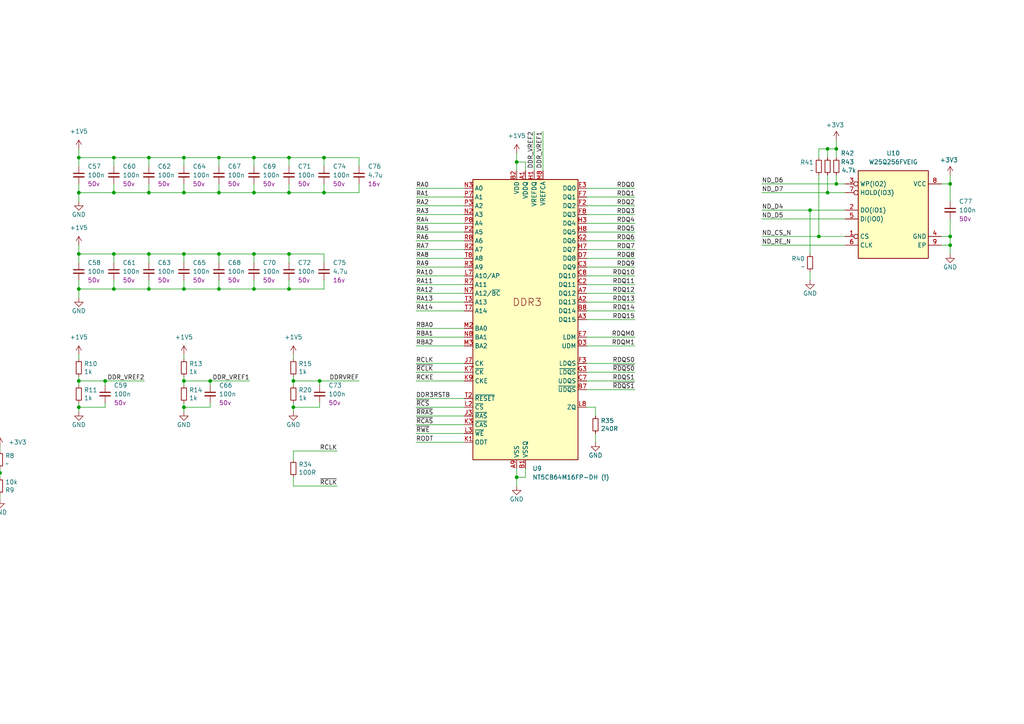
<source format=kicad_sch>
(kicad_sch (version 20211123) (generator eeschema)
  (paper "A4")
  (junction (at 63.5 73.66))
  (junction (at 0 137.16))
  (junction (at 149.86 138.43))
  (junction (at 33.02 83.82))
  (junction (at 73.66 55.88))
  (junction (at 83.82 45.72))
  (junction (at 22.86 45.72))
  (junction (at 83.82 73.66))
  (junction (at 53.34 110.49))
  (junction (at 85.09 110.49))
  (junction (at 53.34 118.11))
  (junction (at 43.18 83.82))
  (junction (at 22.86 118.11))
  (junction (at 83.82 83.82))
  (junction (at 242.57 43.18))
  (junction (at 234.95 60.96))
  (junction (at 43.18 55.88))
  (junction (at 85.09 118.11))
  (junction (at 237.49 68.58))
  (junction (at 33.02 73.66))
  (junction (at 93.98 55.88))
  (junction (at 83.82 55.88))
  (junction (at 43.18 73.66))
  (junction (at 240.03 55.88))
  (junction (at 73.66 73.66))
  (junction (at 242.57 53.34))
  (junction (at 275.59 71.12))
  (junction (at 22.86 73.66))
  (junction (at 33.02 45.72))
  (junction (at 53.34 45.72))
  (junction (at 63.5 83.82))
  (junction (at 92.71 110.49))
  (junction (at 43.18 45.72))
  (junction (at 149.86 46.99))
  (junction (at 275.59 68.58))
  (junction (at 30.48 110.49))
  (junction (at 22.86 110.49))
  (junction (at 73.66 45.72))
  (junction (at 22.86 55.88))
  (junction (at 63.5 45.72))
  (junction (at 93.98 45.72))
  (junction (at 275.59 53.34))
  (junction (at 240.03 43.18))
  (junction (at 60.96 110.49))
  (junction (at 63.5 55.88))
  (junction (at 33.02 55.88))
  (junction (at 53.34 73.66))
  (junction (at 53.34 55.88))
  (junction (at 22.86 83.82))
  (junction (at 53.34 83.82))
  (junction (at 73.66 83.82))
  (wire (pts (xy 237.49 43.18) (xy 237.49 45.72)))
  (wire (pts (xy 63.5 53.34) (xy 63.5 55.88)))
  (wire (pts (xy 120.65 59.69) (xy 134.62 59.69)))
  (wire (pts (xy 53.34 110.49) (xy 53.34 109.22)))
  (wire (pts (xy -11.43 76.2) (xy -25.4 76.2)))
  (wire (pts (xy -77.47 104.14) (xy -63.5 104.14)))
  (wire (pts (xy 93.98 45.72) (xy 83.82 45.72)))
  (wire (pts (xy -11.43 93.98) (xy -25.4 93.98)))
  (wire (pts (xy 184.15 107.95) (xy 170.18 107.95)))
  (wire (pts (xy 30.48 110.49) (xy 41.91 110.49)))
  (wire (pts (xy 234.95 60.96) (xy 220.98 60.96)))
  (wire (pts (xy 120.65 74.93) (xy 134.62 74.93)))
  (wire (pts (xy 93.98 83.82) (xy 93.98 81.28)))
  (wire (pts (xy -24.13 119.38) (xy -25.4 119.38)))
  (wire (pts (xy 120.65 118.11) (xy 134.62 118.11)))
  (wire (pts (xy -77.47 116.84) (xy -63.5 116.84)))
  (wire (pts (xy 93.98 53.34) (xy 93.98 55.88)))
  (wire (pts (xy 60.96 118.11) (xy 53.34 118.11)))
  (wire (pts (xy 53.34 45.72) (xy 43.18 45.72)))
  (wire (pts (xy -8.89 116.84) (xy -19.05 116.84)))
  (wire (pts (xy -8.89 162.56) (xy -25.4 162.56)))
  (wire (pts (xy 22.86 111.76) (xy 22.86 110.49)))
  (wire (pts (xy 242.57 53.34) (xy 245.11 53.34)))
  (wire (pts (xy -77.47 119.38) (xy -63.5 119.38)))
  (wire (pts (xy -8.89 154.94) (xy -25.4 154.94)))
  (wire (pts (xy 73.66 73.66) (xy 73.66 76.2)))
  (wire (pts (xy 73.66 45.72) (xy 63.5 45.72)))
  (wire (pts (xy 120.65 82.55) (xy 134.62 82.55)))
  (wire (pts (xy 275.59 68.58) (xy 275.59 71.12)))
  (wire (pts (xy 85.09 118.11) (xy 85.09 119.38)))
  (wire (pts (xy 120.65 123.19) (xy 134.62 123.19)))
  (wire (pts (xy 60.96 110.49) (xy 72.39 110.49)))
  (wire (pts (xy 134.62 107.95) (xy 120.65 107.95)))
  (wire (pts (xy 184.15 54.61) (xy 170.18 54.61)))
  (wire (pts (xy 73.66 73.66) (xy 63.5 73.66)))
  (wire (pts (xy 172.72 125.73) (xy 172.72 128.27)))
  (wire (pts (xy -10.16 134.62) (xy -25.4 134.62)))
  (wire (pts (xy 63.5 76.2) (xy 63.5 73.66)))
  (wire (pts (xy 53.34 48.26) (xy 53.34 45.72)))
  (wire (pts (xy -77.47 109.22) (xy -63.5 109.22)))
  (wire (pts (xy 53.34 102.87) (xy 53.34 104.14)))
  (wire (pts (xy -77.47 81.28) (xy -63.5 81.28)))
  (wire (pts (xy 184.15 110.49) (xy 170.18 110.49)))
  (wire (pts (xy 275.59 71.12) (xy 275.59 73.66)))
  (wire (pts (xy -77.47 111.76) (xy -63.5 111.76)))
  (wire (pts (xy -25.4 78.74) (xy -11.43 78.74)))
  (wire (pts (xy 242.57 40.64) (xy 242.57 43.18)))
  (wire (pts (xy 43.18 53.34) (xy 43.18 55.88)))
  (wire (pts (xy -11.43 96.52) (xy -25.4 96.52)))
  (wire (pts (xy 184.15 90.17) (xy 170.18 90.17)))
  (wire (pts (xy 85.09 130.81) (xy 97.79 130.81)))
  (wire (pts (xy -77.47 99.06) (xy -63.5 99.06)))
  (wire (pts (xy 63.5 45.72) (xy 53.34 45.72)))
  (wire (pts (xy 184.15 100.33) (xy 170.18 100.33)))
  (wire (pts (xy -11.43 58.42) (xy -25.4 58.42)))
  (wire (pts (xy 120.65 110.49) (xy 134.62 110.49)))
  (wire (pts (xy -77.47 50.8) (xy -63.5 50.8)))
  (wire (pts (xy 22.86 102.87) (xy 22.86 104.14)))
  (wire (pts (xy 240.03 43.18) (xy 237.49 43.18)))
  (wire (pts (xy 85.09 138.43) (xy 85.09 140.97)))
  (wire (pts (xy 184.15 77.47) (xy 170.18 77.47)))
  (wire (pts (xy 85.09 133.35) (xy 85.09 130.81)))
  (wire (pts (xy 172.72 118.11) (xy 170.18 118.11)))
  (wire (pts (xy 184.15 67.31) (xy 170.18 67.31)))
  (wire (pts (xy 273.05 68.58) (xy 275.59 68.58)))
  (wire (pts (xy 83.82 53.34) (xy 83.82 55.88)))
  (wire (pts (xy 120.65 100.33) (xy 134.62 100.33)))
  (wire (pts (xy 275.59 63.5) (xy 275.59 68.58)))
  (wire (pts (xy 92.71 116.84) (xy 92.71 118.11)))
  (wire (pts (xy 242.57 50.8) (xy 242.57 53.34)))
  (wire (pts (xy 152.4 135.89) (xy 152.4 138.43)))
  (wire (pts (xy 184.15 82.55) (xy 170.18 82.55)))
  (wire (pts (xy -77.47 73.66) (xy -63.5 73.66)))
  (wire (pts (xy 85.09 110.49) (xy 92.71 110.49)))
  (wire (pts (xy 152.4 49.53) (xy 152.4 46.99)))
  (wire (pts (xy 149.86 46.99) (xy 149.86 49.53)))
  (wire (pts (xy -11.43 91.44) (xy -25.4 91.44)))
  (wire (pts (xy -8.89 157.48) (xy -25.4 157.48)))
  (wire (pts (xy 240.03 50.8) (xy 240.03 55.88)))
  (wire (pts (xy 120.65 57.15) (xy 134.62 57.15)))
  (wire (pts (xy 73.66 83.82) (xy 73.66 81.28)))
  (wire (pts (xy 120.65 87.63) (xy 134.62 87.63)))
  (wire (pts (xy 275.59 53.34) (xy 273.05 53.34)))
  (wire (pts (xy 184.15 105.41) (xy 170.18 105.41)))
  (wire (pts (xy 33.02 73.66) (xy 22.86 73.66)))
  (wire (pts (xy -77.47 55.88) (xy -63.5 55.88)))
  (wire (pts (xy 43.18 83.82) (xy 33.02 83.82)))
  (wire (pts (xy 184.15 80.01) (xy 170.18 80.01)))
  (wire (pts (xy 93.98 45.72) (xy 104.14 45.72)))
  (wire (pts (xy -77.47 76.2) (xy -63.5 76.2)))
  (wire (pts (xy 120.65 80.01) (xy 134.62 80.01)))
  (wire (pts (xy -77.47 71.12) (xy -63.5 71.12)))
  (wire (pts (xy -10.16 147.32) (xy -25.4 147.32)))
  (wire (pts (xy -77.47 93.98) (xy -63.5 93.98)))
  (wire (pts (xy -77.47 96.52) (xy -63.5 96.52)))
  (wire (pts (xy -77.47 137.16) (xy -63.5 137.16)))
  (wire (pts (xy -11.43 43.18) (xy -25.4 43.18)))
  (wire (pts (xy 275.59 50.8) (xy 275.59 53.34)))
  (wire (pts (xy 120.65 90.17) (xy 134.62 90.17)))
  (wire (pts (xy 0 129.54) (xy 0 130.81)))
  (wire (pts (xy 184.15 85.09) (xy 170.18 85.09)))
  (wire (pts (xy 234.95 78.74) (xy 234.95 81.28)))
  (wire (pts (xy 53.34 73.66) (xy 43.18 73.66)))
  (wire (pts (xy -8.89 127) (xy -25.4 127)))
  (wire (pts (xy 43.18 81.28) (xy 43.18 83.82)))
  (wire (pts (xy 53.34 118.11) (xy 53.34 116.84)))
  (wire (pts (xy 120.65 105.41) (xy 134.62 105.41)))
  (wire (pts (xy 63.5 81.28) (xy 63.5 83.82)))
  (wire (pts (xy -11.43 68.58) (xy -25.4 68.58)))
  (wire (pts (xy -10.16 106.68) (xy -25.4 106.68)))
  (wire (pts (xy 120.65 72.39) (xy 134.62 72.39)))
  (wire (pts (xy 73.66 55.88) (xy 83.82 55.88)))
  (wire (pts (xy 93.98 48.26) (xy 93.98 45.72)))
  (wire (pts (xy 85.09 111.76) (xy 85.09 110.49)))
  (wire (pts (xy 33.02 81.28) (xy 33.02 83.82)))
  (wire (pts (xy 120.65 54.61) (xy 134.62 54.61)))
  (wire (pts (xy 184.15 87.63) (xy 170.18 87.63)))
  (wire (pts (xy -8.89 132.08) (xy -25.4 132.08)))
  (wire (pts (xy 60.96 111.76) (xy 60.96 110.49)))
  (wire (pts (xy 43.18 76.2) (xy 43.18 73.66)))
  (wire (pts (xy 22.86 118.11) (xy 22.86 119.38)))
  (wire (pts (xy 245.11 71.12) (xy 220.98 71.12)))
  (wire (pts (xy 120.65 115.57) (xy 134.62 115.57)))
  (wire (pts (xy 22.86 55.88) (xy 22.86 53.34)))
  (wire (pts (xy 73.66 83.82) (xy 63.5 83.82)))
  (wire (pts (xy 43.18 48.26) (xy 43.18 45.72)))
  (wire (pts (xy 184.15 57.15) (xy 170.18 57.15)))
  (wire (pts (xy -11.43 45.72) (xy -25.4 45.72)))
  (wire (pts (xy 92.71 110.49) (xy 104.14 110.49)))
  (wire (pts (xy 0 144.78) (xy 0 143.51)))
  (wire (pts (xy 53.34 83.82) (xy 43.18 83.82)))
  (wire (pts (xy -10.16 152.4) (xy -25.4 152.4)))
  (wire (pts (xy 93.98 73.66) (xy 93.98 76.2)))
  (wire (pts (xy 33.02 55.88) (xy 43.18 55.88)))
  (wire (pts (xy 120.65 125.73) (xy 134.62 125.73)))
  (wire (pts (xy 275.59 53.34) (xy 275.59 58.42)))
  (wire (pts (xy 43.18 73.66) (xy 33.02 73.66)))
  (wire (pts (xy -77.47 132.08) (xy -63.5 132.08)))
  (wire (pts (xy 30.48 116.84) (xy 30.48 118.11)))
  (wire (pts (xy -77.47 63.5) (xy -63.5 63.5)))
  (wire (pts (xy 83.82 81.28) (xy 83.82 83.82)))
  (wire (pts (xy 22.86 118.11) (xy 22.86 116.84)))
  (wire (pts (xy 22.86 55.88) (xy 22.86 58.42)))
  (wire (pts (xy 83.82 73.66) (xy 73.66 73.66)))
  (wire (pts (xy 85.09 110.49) (xy 85.09 109.22)))
  (wire (pts (xy 104.14 45.72) (xy 104.14 48.26)))
  (wire (pts (xy 83.82 83.82) (xy 73.66 83.82)))
  (wire (pts (xy -19.05 119.38) (xy -8.89 119.38)))
  (wire (pts (xy 240.03 43.18) (xy 240.03 45.72)))
  (wire (pts (xy 63.5 55.88) (xy 73.66 55.88)))
  (wire (pts (xy -77.47 86.36) (xy -63.5 86.36)))
  (wire (pts (xy 157.48 49.53) (xy 157.48 38.1)))
  (wire (pts (xy 245.11 55.88) (xy 240.03 55.88)))
  (wire (pts (xy -10.16 139.7) (xy -25.4 139.7)))
  (wire (pts (xy 172.72 120.65) (xy 172.72 118.11)))
  (wire (pts (xy -8.89 160.02) (xy -25.4 160.02)))
  (wire (pts (xy 120.65 85.09) (xy 134.62 85.09)))
  (wire (pts (xy 234.95 60.96) (xy 234.95 73.66)))
  (wire (pts (xy 53.34 55.88) (xy 53.34 53.34)))
  (wire (pts (xy 184.15 97.79) (xy 170.18 97.79)))
  (wire (pts (xy 242.57 43.18) (xy 240.03 43.18)))
  (wire (pts (xy 53.34 111.76) (xy 53.34 110.49)))
  (wire (pts (xy 85.09 102.87) (xy 85.09 104.14)))
  (wire (pts (xy 245.11 63.5) (xy 220.98 63.5)))
  (wire (pts (xy 83.82 45.72) (xy 73.66 45.72)))
  (wire (pts (xy -11.43 50.8) (xy -25.4 50.8)))
  (wire (pts (xy 63.5 83.82) (xy 53.34 83.82)))
  (wire (pts (xy -10.16 144.78) (xy -25.4 144.78)))
  (wire (pts (xy 184.15 64.77) (xy 170.18 64.77)))
  (wire (pts (xy 73.66 45.72) (xy 73.66 48.26)))
  (wire (pts (xy 60.96 116.84) (xy 60.96 118.11)))
  (wire (pts (xy 184.15 69.85) (xy 170.18 69.85)))
  (wire (pts (xy 104.14 53.34) (xy 104.14 55.88)))
  (wire (pts (xy 275.59 71.12) (xy 273.05 71.12)))
  (wire (pts (xy 120.65 97.79) (xy 134.62 97.79)))
  (wire (pts (xy -77.47 45.72) (xy -63.5 45.72)))
  (wire (pts (xy 120.65 69.85) (xy 134.62 69.85)))
  (wire (pts (xy 184.15 92.71) (xy 170.18 92.71)))
  (wire (pts (xy 184.15 72.39) (xy 170.18 72.39)))
  (wire (pts (xy 83.82 83.82) (xy 93.98 83.82)))
  (wire (pts (xy 0 135.89) (xy 0 137.16)))
  (wire (pts (xy 22.86 110.49) (xy 22.86 109.22)))
  (wire (pts (xy 120.65 64.77) (xy 134.62 64.77)))
  (wire (pts (xy 237.49 68.58) (xy 245.11 68.58)))
  (wire (pts (xy 43.18 45.72) (xy 33.02 45.72)))
  (wire (pts (xy 149.86 135.89) (xy 149.86 138.43)))
  (wire (pts (xy 33.02 48.26) (xy 33.02 45.72)))
  (wire (pts (xy 83.82 55.88) (xy 93.98 55.88)))
  (wire (pts (xy 93.98 55.88) (xy 104.14 55.88)))
  (wire (pts (xy 30.48 111.76) (xy 30.48 110.49)))
  (wire (pts (xy 120.65 120.65) (xy 134.62 120.65)))
  (wire (pts (xy 83.82 76.2) (xy 83.82 73.66)))
  (wire (pts (xy -11.43 86.36) (xy -25.4 86.36)))
  (wire (pts (xy -11.43 66.04) (xy -25.4 66.04)))
  (wire (pts (xy 63.5 73.66) (xy 53.34 73.66)))
  (wire (pts (xy 120.65 128.27) (xy 134.62 128.27)))
  (wire (pts (xy -77.47 124.46) (xy -63.5 124.46)))
  (wire (pts (xy 22.86 48.26) (xy 22.86 45.72)))
  (wire (pts (xy 53.34 118.11) (xy 53.34 119.38)))
  (wire (pts (xy -25.4 124.46) (xy -8.89 124.46)))
  (wire (pts (xy -77.47 60.96) (xy -63.5 60.96)))
  (wire (pts (xy -25.4 114.3) (xy -8.89 114.3)))
  (wire (pts (xy -25.4 137.16) (xy 0 137.16)))
  (wire (pts (xy -11.43 53.34) (xy -25.4 53.34)))
  (wire (pts (xy 152.4 138.43) (xy 149.86 138.43)))
  (wire (pts (xy 53.34 110.49) (xy 60.96 110.49)))
  (wire (pts (xy -10.16 109.22) (xy -25.4 109.22)))
  (wire (pts (xy 33.02 53.34) (xy 33.02 55.88)))
  (wire (pts (xy 220.98 68.58) (xy 237.49 68.58)))
  (wire (pts (xy 149.86 138.43) (xy 149.86 140.97)))
  (wire (pts (xy 184.15 59.69) (xy 170.18 59.69)))
  (wire (pts (xy 85.09 140.97) (xy 97.79 140.97)))
  (wire (pts (xy 22.86 110.49) (xy 30.48 110.49)))
  (wire (pts (xy 85.09 118.11) (xy 85.09 116.84)))
  (wire (pts (xy 63.5 48.26) (xy 63.5 45.72)))
  (wire (pts (xy 242.57 43.18) (xy 242.57 45.72)))
  (wire (pts (xy 120.65 62.23) (xy 134.62 62.23)))
  (wire (pts (xy 53.34 55.88) (xy 63.5 55.88)))
  (wire (pts (xy -77.47 68.58) (xy -63.5 68.58)))
  (wire (pts (xy 30.48 118.11) (xy 22.86 118.11)))
  (wire (pts (xy -11.43 101.6) (xy -25.4 101.6)))
  (wire (pts (xy -77.47 121.92) (xy -63.5 121.92)))
  (wire (pts (xy 149.86 46.99) (xy 152.4 46.99)))
  (wire (pts (xy 22.86 71.12) (xy 22.86 73.66)))
  (wire (pts (xy -77.47 83.82) (xy -63.5 83.82)))
  (wire (pts (xy 184.15 62.23) (xy 170.18 62.23)))
  (wire (pts (xy 0 137.16) (xy 0 138.43)))
  (wire (pts (xy 242.57 53.34) (xy 220.98 53.34)))
  (wire (pts (xy 154.94 49.53) (xy 154.94 38.1)))
  (wire (pts (xy 22.86 81.28) (xy 22.86 83.82)))
  (wire (pts (xy 149.86 44.45) (xy 149.86 46.99)))
  (wire (pts (xy 33.02 76.2) (xy 33.02 73.66)))
  (wire (pts (xy 120.65 95.25) (xy 134.62 95.25)))
  (wire (pts (xy -11.43 88.9) (xy -25.4 88.9)))
  (wire (pts (xy -77.47 43.18) (xy -63.5 43.18)))
  (wire (pts (xy -77.47 58.42) (xy -63.5 58.42)))
  (wire (pts (xy -8.89 142.24) (xy -25.4 142.24)))
  (wire (pts (xy 83.82 73.66) (xy 93.98 73.66)))
  (wire (pts (xy 184.15 113.03) (xy 170.18 113.03)))
  (wire (pts (xy 22.86 83.82) (xy 22.86 86.36)))
  (wire (pts (xy 73.66 53.34) (xy 73.66 55.88)))
  (wire (pts (xy 33.02 45.72) (xy 22.86 45.72)))
  (wire (pts (xy -11.43 71.12) (xy -25.4 71.12)))
  (wire (pts (xy 22.86 43.18) (xy 22.86 45.72)))
  (wire (pts (xy 22.86 76.2) (xy 22.86 73.66)))
  (wire (pts (xy -10.16 129.54) (xy -25.4 129.54)))
  (wire (pts (xy -25.4 149.86) (xy -10.16 149.86)))
  (wire (pts (xy -77.47 88.9) (xy -63.5 88.9)))
  (wire (pts (xy 120.65 77.47) (xy 134.62 77.47)))
  (wire (pts (xy -25.4 116.84) (xy -24.13 116.84)))
  (wire (pts (xy -77.47 106.68) (xy -63.5 106.68)))
  (wire (pts (xy 33.02 83.82) (xy 22.86 83.82)))
  (wire (pts (xy 184.15 74.93) (xy 170.18 74.93)))
  (wire (pts (xy -11.43 83.82) (xy -25.4 83.82)))
  (wire (pts (xy 33.02 55.88) (xy 22.86 55.88)))
  (wire (pts (xy 240.03 55.88) (xy 220.98 55.88)))
  (wire (pts (xy -11.43 60.96) (xy -25.4 60.96)))
  (wire (pts (xy 43.18 55.88) (xy 53.34 55.88)))
  (wire (pts (xy 237.49 50.8) (xy 237.49 68.58)))
  (wire (pts (xy 92.71 118.11) (xy 85.09 118.11)))
  (wire (pts (xy -77.47 48.26) (xy -63.5 48.26)))
  (wire (pts (xy -77.47 134.62) (xy -63.5 134.62)))
  (wire (pts (xy -77.47 129.54) (xy -63.5 129.54)))
  (wire (pts (xy 120.65 67.31) (xy 134.62 67.31)))
  (wire (pts (xy 53.34 76.2) (xy 53.34 73.66)))
  (wire (pts (xy 83.82 48.26) (xy 83.82 45.72)))
  (wire (pts (xy 245.11 60.96) (xy 234.95 60.96)))
  (wire (pts (xy 53.34 81.28) (xy 53.34 83.82)))
  (wire (pts (xy 92.71 111.76) (xy 92.71 110.49)))
  (label "ND_D6" (at -8.89 160.02 180))
  (label "RA13" (at -77.47 96.52 0))
  (label "RDQ0" (at 184.15 54.61 180))
  (label "RA3" (at -77.47 129.54 0))
  (label "RA4" (at 120.65 64.77 0))
  (label "RA5" (at -77.47 121.92 0))
  (label "ND_CS_N" (at 220.98 68.58 0))
  (label "RDQ13" (at 184.15 87.63 180))
  (label "RDQ1" (at -77.47 86.36 0))
  (label "RCLK" (at 120.65 105.41 0))
  (label "ND_D7" (at 220.98 55.88 0))
  (label "~{RRAS}" (at -11.43 86.36 180))
  (label "~{RWE}" (at -11.43 96.52 180))
  (label "RBA0" (at -11.43 66.04 180))
  (label "RCLK" (at -11.43 76.2 180))
  (label "RDQ1" (at 184.15 57.15 180))
  (label "DDR3RSTB" (at 120.65 115.57 0))
  (label "ND_D6" (at 220.98 53.34 0))
  (label "ND_WE_N" (at -8.89 142.24 180))
  (label "RDQ0" (at -77.47 88.9 0))
  (label "RA6" (at -77.47 119.38 0))
  (label "RDQ10" (at 184.15 80.01 180))
  (label "~{RCAS}" (at -11.43 88.9 180))
  (label "RDQM0" (at 184.15 97.79 180))
  (label "RDQ4" (at -77.47 76.2 0))
  (label "RDQS0" (at -11.43 50.8 180))
  (label "RDQ8" (at -77.47 63.5 0))
  (label "RA8" (at -77.47 111.76 0))
  (label "RDQ14" (at 184.15 90.17 180))
  (label "ND_RE_N" (at -8.89 132.08 180))
  (label "RDQ6" (at -77.47 71.12 0))
  (label "RDQ9" (at 184.15 77.47 180))
  (label "RDQ5" (at 184.15 67.31 180))
  (label "DDRVREF" (at 104.14 110.49 180))
  (label "RCKE" (at 120.65 110.49 0))
  (label "RODT" (at -11.43 93.98 180))
  (label "RDQ7" (at 184.15 72.39 180))
  (label "~{RCS}" (at -11.43 91.44 180))
  (label "RDQ15" (at 184.15 92.71 180))
  (label "RBA2" (at -11.43 71.12 180))
  (label "RA0" (at 120.65 54.61 0))
  (label "~{RCLK}" (at 120.65 107.95 0))
  (label "RA6" (at 120.65 69.85 0))
  (label "RDQ9" (at -77.47 60.96 0))
  (label "~{RCAS}" (at 120.65 123.19 0))
  (label "~{RDQS1}" (at -11.43 60.96 180))
  (label "RA0" (at -77.47 137.16 0))
  (label "~{RRAS}" (at 120.65 120.65 0))
  (label "ND_D4" (at 220.98 60.96 0))
  (label "ND_CS_N" (at -8.89 127 180))
  (label "~{RWE}" (at 120.65 125.73 0))
  (label "RBA2" (at 120.65 100.33 0))
  (label "RA11" (at -77.47 104.14 0))
  (label "RA8" (at 120.65 74.93 0))
  (label "RDQ4" (at 184.15 64.77 180))
  (label "~{RCLK}" (at 97.79 140.97 180))
  (label "RDQ11" (at -77.47 55.88 0))
  (label "DDR_VREF1" (at 72.39 110.49 180))
  (label "RDQ2" (at -77.47 83.82 0))
  (label "RDQ7" (at -77.47 68.58 0))
  (label "RDQM0" (at -11.43 43.18 180))
  (label "RDQ12" (at -77.47 50.8 0))
  (label "RDQ13" (at -77.47 48.26 0))
  (label "ND_D7" (at -8.89 162.56 180))
  (label "RCLK" (at 97.79 130.81 180))
  (label "DDR_VREF1" (at 157.48 38.1 270))
  (label "RA9" (at 120.65 77.47 0))
  (label "RA3" (at 120.65 62.23 0))
  (label "RA1" (at -77.47 134.62 0))
  (label "RDQM1" (at 184.15 100.33 180))
  (label "RDQ3" (at -77.47 81.28 0))
  (label "RBA0" (at 120.65 95.25 0))
  (label "DDRVREF" (at -8.89 119.38 180))
  (label "RDQ8" (at 184.15 74.93 180))
  (label "RDQS1" (at 184.15 110.49 180))
  (label "ND_RE_N" (at 220.98 71.12 0))
  (label "ND_D4" (at -8.89 154.94 180))
  (label "RDQ14" (at -77.47 45.72 0))
  (label "RA7" (at -77.47 116.84 0))
  (label "RA2" (at 120.65 59.69 0))
  (label "~{RDQS0}" (at 184.15 107.95 180))
  (label "RDQ15" (at -77.47 43.18 0))
  (label "~{RDQS1}" (at 184.15 113.03 180))
  (label "RA12" (at -77.47 99.06 0))
  (label "RA2" (at -77.47 132.08 0))
  (label "~{RDQS0}" (at -11.43 53.34 180))
  (label "RA10" (at -77.47 106.68 0))
  (label "RA9" (at -77.47 109.22 0))
  (label "RA14" (at -77.47 93.98 0))
  (label "RA12" (at 120.65 85.09 0))
  (label "RA4" (at -77.47 124.46 0))
  (label "RA1" (at 120.65 57.15 0))
  (label "RA14" (at 120.65 90.17 0))
  (label "RBA1" (at -11.43 68.58 180))
  (label "RDQ6" (at 184.15 69.85 180))
  (label "DDR_VREF2" (at 41.91 110.49 180))
  (label "RDQ12" (at 184.15 85.09 180))
  (label "RDQ10" (at -77.47 58.42 0))
  (label "~{RCLK}" (at -11.43 78.74 180))
  (label "RA10" (at 120.65 80.01 0))
  (label "~{RCS}" (at 120.65 118.11 0))
  (label "RDQ2" (at 184.15 59.69 180))
  (label "RDQS0" (at 184.15 105.41 180))
  (label "DDR_VREF2" (at 154.94 38.1 270))
  (label "ND_D5" (at 220.98 63.5 0))
  (label "RA11" (at 120.65 82.55 0))
  (label "RODT" (at 120.65 128.27 0))
  (label "RA13" (at 120.65 87.63 0))
  (label "RDQS1" (at -11.43 58.42 180))
  (label "RDQ3" (at 184.15 62.23 180))
  (label "RA7" (at 120.65 72.39 0))
  (label "RDQ5" (at -77.47 73.66 0))
  (label "RDQM1" (at -11.43 45.72 180))
  (label "RA5" (at 120.65 67.31 0))
  (label "RBA1" (at 120.65 97.79 0))
  (label "DDR3RSTB" (at -11.43 101.6 180))
  (label "RCKE" (at -11.43 83.82 180))
  (label "RDQ11" (at 184.15 82.55 180))
  (label "ND_D5" (at -8.89 157.48 180))
  (symbol (lib_id "Device:R_Small") (at 0 133.35 180) (unit 1)
    (property "Reference" "R8" (at 1.4986 132.1816 0) (effects (justify right)))
    (property "Value" "~" (at 1.4986 134.493 0) (effects (justify right)))
    (property "Footprint" "Resistor_SMD:R_0603_1608Metric" (effects hide))
  )
  (symbol (lib_id "Memory_RAM:AS4C256M16D3") (at 152.4 92.71 0) (unit 1)
    (property "Reference" "U9" (at 154.4194 135.89 0) (effects (justify left)))
    (property "Value" "NT5CB64M16FP-DH (!)" (at 154.4194 138.43 0) (effects (justify left)))
    (property "Footprint" "Package_BGA:BGA-96_9.0x13.0mm_Layout2x3x16_P0.8mm" (effects hide))
    (property "Datasheet" "https://www.alliancememory.com/wp-content/uploads/pdf/ddr3/4GB-AS4C256M16D3.pdf" (effects hide))
    (property "lcsc" "C2909894" (effects hide))
  )
  (symbol (lib_id "Connector:TestPoint") (at -10.16 139.7 270) (mirror x) (unit 1) (in_bom no)
    (property "Reference" "TP5" (at -7.62 138.43 90) (effects (justify right)))
    (property "Value" "TestPoint" (effects hide))
    (property "Footprint" "TestPoint:TestPoint_Pad_D1.0mm" (effects hide))
  )
  (symbol (lib_id "power:GND") (at 172.72 128.27 0) (mirror y) (unit 1)
    (property "Reference" "#PWR0146" (effects hide))
    (property "Value" "GND" (at 172.72 132.08 0))
  )
  (symbol (lib_id "Device:R_Small") (at 240.03 48.26 180) (unit 1)
    (property "Reference" "R42" (at 243.84 44.45 0) (effects (justify right)))
    (property "Value" "4.7k" (effects hide))
    (property "Footprint" "Resistor_SMD:R_0603_1608Metric" (effects hide))
    (property "lcsc" "C23162" (effects hide))
    (property "Coefficient" "1%" (effects hide))
  )
  (symbol (lib_id "power:+1V5") (at 22.86 43.18 0) (unit 1)
    (property "Reference" "#PWR0132" (effects hide))
    (property "Value" "+1V5" (at 22.86 38.1 0))
  )
  (symbol (lib_id "power:GND") (at 275.59 73.66 0) (mirror y) (unit 1)
    (property "Reference" "#PWR0149" (effects hide))
    (property "Value" "GND" (at 275.59 77.47 0))
  )
  (symbol (lib_id "MAS_IC_Memory:W25Qx") (at 259.08 62.23 0) (mirror y) (unit 1)
    (property "Reference" "U10" (at 259.08 44.45 0))
    (property "Value" "W25Q256FVEIG" (at 259.08 46.99 0))
    (property "Footprint" "MAS_Package_std:WSON-8-1EP_8x6mm_P1.27mm_EP3.4x4mm" (effects hide))
    (property "Datasheet" "https://www.winbond.com/resource-files/w25q256fv_revg1_120214_qpi_website_rev_g.pdf" (effects hide))
    (property "lcsc" "C2803442" (effects hide))
  )
  (symbol (lib_id "main-rescue:+3.3V-power") (at 0 129.54 0) (unit 1)
    (property "Reference" "#U0111" (effects hide))
    (property "Value" "+3.3V" (at 5.08 128.27 0))
  )
  (symbol (lib_id "Device:C_Small") (at 53.34 50.8 0) (unit 1)
    (property "Reference" "C64" (at 55.88 48.26 0) (effects (justify left)))
    (property "Value" "100n" (at 55.88 50.8 0) (effects (justify left)))
    (property "Footprint" "Capacitor_SMD:C_0603_1608Metric" (effects hide))
    (property "lcsc" "C14663" (effects hide))
    (property "Coefficient" "X7R" (effects hide))
    (property "Voltage" "50v" (at 55.88 53.34 0) (effects (justify left)))
  )
  (symbol (lib_id "power:GND") (at 22.86 86.36 0) (mirror y) (unit 1)
    (property "Reference" "#PWR0140" (effects hide))
    (property "Value" "GND" (at 22.86 90.17 0))
  )
  (symbol (lib_id "Device:C_Small") (at 93.98 78.74 0) (unit 1)
    (property "Reference" "C75" (at 96.52 76.2 0) (effects (justify left)))
    (property "Value" "4.7u" (at 96.52 78.74 0) (effects (justify left)))
    (property "Footprint" "Capacitor_SMD:C_0805_2012Metric" (effects hide))
    (property "chipdip" "9000103928" (effects hide))
    (property "lcsc" "C1779" (effects hide))
    (property "Coefficient" "X7R" (effects hide))
    (property "Voltage" "16v" (at 96.52 81.28 0) (effects (justify left)))
  )
  (symbol (lib_id "Device:C_Small") (at 22.86 50.8 0) (unit 1)
    (property "Reference" "C57" (at 25.4 48.26 0) (effects (justify left)))
    (property "Value" "100n" (at 25.4 50.8 0) (effects (justify left)))
    (property "Footprint" "Capacitor_SMD:C_0603_1608Metric" (effects hide))
    (property "lcsc" "C14663" (effects hide))
    (property "Coefficient" "X7R" (effects hide))
    (property "Voltage" "50v" (at 25.4 53.34 0) (effects (justify left)))
  )
  (symbol (lib_id "power:GND") (at 0 144.78 0) (mirror y) (unit 1)
    (property "Reference" "#PWR0151" (effects hide))
    (property "Value" "GND" (at 0 148.59 0))
  )
  (symbol (lib_id "main-rescue:+3.3V-power") (at 275.59 50.8 0) (mirror y) (unit 1)
    (property "Reference" "#U0106" (effects hide))
    (property "Value" "+3.3V" (at 275.209 46.4058 0))
  )
  (symbol (lib_id "Connector:TestPoint") (at -10.16 106.68 270) (mirror x) (unit 1) (in_bom no)
    (property "Reference" "TP1" (at -7.62 105.41 90) (effects (justify right)))
    (property "Value" "TestPoint" (effects hide))
    (property "Footprint" "TestPoint:TestPoint_Pad_D1.0mm" (effects hide))
  )
  (symbol (lib_id "Device:R_Small") (at -21.59 116.84 270) (unit 1)
    (property "Reference" "R2" (at -22.7584 115.3414 0) (effects (justify right)))
    (property "Value" "240R" (at -20.447 115.3414 0) (effects (justify right)))
    (property "Footprint" "Resistor_SMD:R_0603_1608Metric" (effects hide))
    (property "lcsc" "C23350" (effects hide))
    (property "Coefficient" "1%" (effects hide))
  )
  (symbol (lib_id "Device:R_Small") (at 242.57 48.26 180) (unit 1)
    (property "Reference" "R43" (at 243.84 46.99 0) (effects (justify right)))
    (property "Value" "4.7k" (at 244.0686 49.403 0) (effects (justify right)))
    (property "Footprint" "Resistor_SMD:R_0603_1608Metric" (effects hide))
    (property "lcsc" "C23162" (effects hide))
    (property "Coefficient" "1%" (effects hide))
  )
  (symbol (lib_id "power:GND") (at 234.95 81.28 0) (mirror y) (unit 1)
    (property "Reference" "#PWR0148" (effects hide))
    (property "Value" "GND" (at 234.95 85.09 0))
  )
  (symbol (lib_id "Device:R_Small") (at -21.59 119.38 90) (unit 1)
    (property "Reference" "R3" (at -20.4216 120.8786 0) (effects (justify right)))
    (property "Value" "0R" (at -22.733 120.8786 0) (effects (justify right)))
    (property "Footprint" "Resistor_SMD:R_0603_1608Metric" (effects hide))
    (property "lcsc" "C21189" (effects hide))
    (property "Coefficient" "1%" (effects hide))
  )
  (symbol (lib_id "power:+1V5") (at 22.86 102.87 0) (unit 1)
    (property "Reference" "#PWR0138" (effects hide))
    (property "Value" "+1V5" (at 22.86 97.79 0))
  )
  (symbol (lib_id "Device:C_Small") (at 63.5 78.74 0) (unit 1)
    (property "Reference" "C68" (at 66.04 76.2 0) (effects (justify left)))
    (property "Value" "100n" (at 66.04 78.74 0) (effects (justify left)))
    (property "Footprint" "Capacitor_SMD:C_0603_1608Metric" (effects hide))
    (property "lcsc" "C14663" (effects hide))
    (property "Coefficient" "X7R" (effects hide))
    (property "Voltage" "50v" (at 66.04 81.28 0) (effects (justify left)))
  )
  (symbol (lib_id "Device:C_Small") (at 93.98 50.8 0) (unit 1)
    (property "Reference" "C74" (at 96.52 48.26 0) (effects (justify left)))
    (property "Value" "100n" (at 96.52 50.8 0) (effects (justify left)))
    (property "Footprint" "Capacitor_SMD:C_0603_1608Metric" (effects hide))
    (property "lcsc" "C14663" (effects hide))
    (property "Coefficient" "X7R" (effects hide))
    (property "Voltage" "50v" (at 96.52 53.34 0) (effects (justify left)))
  )
  (symbol (lib_id "Device:C_Small") (at 275.59 60.96 0) (unit 1)
    (property "Reference" "C77" (at 278.13 58.42 0) (effects (justify left)))
    (property "Value" "100n" (at 278.13 60.96 0) (effects (justify left)))
    (property "Footprint" "Capacitor_SMD:C_0603_1608Metric" (effects hide))
    (property "lcsc" "C14663" (effects hide))
    (property "Coefficient" "X7R" (effects hide))
    (property "Voltage" "50v" (at 278.13 63.5 0) (effects (justify left)))
  )
  (symbol (lib_id "Device:R_Small") (at 234.95 76.2 0) (mirror x) (unit 1)
    (property "Reference" "R40" (at 233.4514 75.0316 0) (effects (justify right)))
    (property "Value" "~" (at 233.4514 77.343 0) (effects (justify right)))
    (property "Footprint" "Resistor_SMD:R_0603_1608Metric" (effects hide))
  )
  (symbol (lib_id "Device:R_Small") (at 53.34 114.3 180) (unit 1)
    (property "Reference" "R14" (at 54.8386 113.1316 0) (effects (justify right)))
    (property "Value" "1k" (at 54.8386 115.443 0) (effects (justify right)))
    (property "Footprint" "Resistor_SMD:R_0603_1608Metric" (effects hide))
    (property "lcsc" "C21190" (effects hide))
    (property "Coefficient" "1%" (effects hide))
  )
  (symbol (lib_id "Device:R_Small") (at 53.34 106.68 180) (unit 1)
    (property "Reference" "R13" (at 54.8386 105.5116 0) (effects (justify right)))
    (property "Value" "1k" (at 54.8386 107.823 0) (effects (justify right)))
    (property "Footprint" "Resistor_SMD:R_0603_1608Metric" (effects hide))
    (property "lcsc" "C21190" (effects hide))
    (property "Coefficient" "1%" (effects hide))
  )
  (symbol (lib_id "Connector:TestPoint") (at -10.16 144.78 270) (mirror x) (unit 1) (in_bom no)
    (property "Reference" "TP6" (at -7.62 143.51 90) (effects (justify right)))
    (property "Value" "TestPoint" (effects hide))
    (property "Footprint" "TestPoint:TestPoint_Pad_D1.0mm" (effects hide))
  )
  (symbol (lib_id "Device:R_Small") (at 85.09 114.3 180) (unit 1)
    (property "Reference" "R20" (at 86.5886 113.1316 0) (effects (justify right)))
    (property "Value" "1k" (at 86.5886 115.443 0) (effects (justify right)))
    (property "Footprint" "Resistor_SMD:R_0603_1608Metric" (effects hide))
    (property "lcsc" "C21190" (effects hide))
    (property "Coefficient" "1%" (effects hide))
  )
  (symbol (lib_id "power:GND") (at -8.89 116.84 90) (unit 1)
    (property "Reference" "#PWR0150" (effects hide))
    (property "Value" "GND" (at -2.54 116.84 90))
  )
  (symbol (lib_id "power:GND") (at 53.34 119.38 0) (mirror y) (unit 1)
    (property "Reference" "#PWR0139" (effects hide))
    (property "Value" "GND" (at 53.34 123.19 0))
  )
  (symbol (lib_id "Device:C_Small") (at 63.5 50.8 0) (unit 1)
    (property "Reference" "C67" (at 66.04 48.26 0) (effects (justify left)))
    (property "Value" "100n" (at 66.04 50.8 0) (effects (justify left)))
    (property "Footprint" "Capacitor_SMD:C_0603_1608Metric" (effects hide))
    (property "lcsc" "C14663" (effects hide))
    (property "Coefficient" "X7R" (effects hide))
    (property "Voltage" "50v" (at 66.04 53.34 0) (effects (justify left)))
  )
  (symbol (lib_id "main-rescue:+3.3V-power") (at 242.57 40.64 0) (mirror y) (unit 1)
    (property "Reference" "#U0108" (effects hide))
    (property "Value" "+3.3V" (at 242.189 36.2458 0))
  )
  (symbol (lib_id "Device:C_Small") (at 83.82 50.8 0) (unit 1)
    (property "Reference" "C71" (at 86.36 48.26 0) (effects (justify left)))
    (property "Value" "100n" (at 86.36 50.8 0) (effects (justify left)))
    (property "Footprint" "Capacitor_SMD:C_0603_1608Metric" (effects hide))
    (property "lcsc" "C14663" (effects hide))
    (property "Coefficient" "X7R" (effects hide))
    (property "Voltage" "50v" (at 86.36 53.34 0) (effects (justify left)))
  )
  (symbol (lib_id "Device:C_Small") (at 73.66 50.8 0) (unit 1)
    (property "Reference" "C69" (at 76.2 48.26 0) (effects (justify left)))
    (property "Value" "100n" (at 76.2 50.8 0) (effects (justify left)))
    (property "Footprint" "Capacitor_SMD:C_0603_1608Metric" (effects hide))
    (property "lcsc" "C14663" (effects hide))
    (property "Coefficient" "X7R" (effects hide))
    (property "Voltage" "50v" (at 76.2 53.34 0) (effects (justify left)))
  )
  (symbol (lib_id "Connector:TestPoint") (at -10.16 149.86 270) (mirror x) (unit 1) (in_bom no)
    (property "Reference" "TP8" (at -7.62 148.59 90) (effects (justify right)))
    (property "Value" "TestPoint" (effects hide))
    (property "Footprint" "TestPoint:TestPoint_Pad_D1.0mm" (effects hide))
  )
  (symbol (lib_id "Device:C_Small") (at 83.82 78.74 0) (unit 1)
    (property "Reference" "C72" (at 86.36 76.2 0) (effects (justify left)))
    (property "Value" "100n" (at 86.36 78.74 0) (effects (justify left)))
    (property "Footprint" "Capacitor_SMD:C_0603_1608Metric" (effects hide))
    (property "lcsc" "C14663" (effects hide))
    (property "Coefficient" "X7R" (effects hide))
    (property "Voltage" "50v" (at 86.36 81.28 0) (effects (justify left)))
  )
  (symbol (lib_id "Device:R_Small") (at 22.86 106.68 180) (unit 1)
    (property "Reference" "R10" (at 24.3586 105.5116 0) (effects (justify right)))
    (property "Value" "1k" (at 24.3586 107.823 0) (effects (justify right)))
    (property "Footprint" "Resistor_SMD:R_0603_1608Metric" (effects hide))
    (property "lcsc" "C21190" (effects hide))
    (property "Coefficient" "1%" (effects hide))
  )
  (symbol (lib_id "Device:R_Small") (at 85.09 135.89 180) (unit 1)
    (property "Reference" "R34" (at 86.5886 134.7216 0) (effects (justify right)))
    (property "Value" "100R" (at 86.5886 137.033 0) (effects (justify right)))
    (property "Footprint" "Resistor_SMD:R_0603_1608Metric" (effects hide))
    (property "lcsc" "C22775" (effects hide))
    (property "Coefficient" "1%" (effects hide))
  )
  (symbol (lib_id "power:GND") (at 22.86 58.42 0) (mirror y) (unit 1)
    (property "Reference" "#PWR0130" (effects hide))
    (property "Value" "GND" (at 22.86 62.23 0))
  )
  (symbol (lib_id "Device:C_Small") (at 60.96 114.3 0) (unit 1)
    (property "Reference" "C66" (at 63.5 111.76 0) (effects (justify left)))
    (property "Value" "100n" (at 63.5 114.3 0) (effects (justify left)))
    (property "Footprint" "Capacitor_SMD:C_0603_1608Metric" (effects hide))
    (property "lcsc" "C14663" (effects hide))
    (property "Coefficient" "X7R" (effects hide))
    (property "Voltage" "50v" (at 63.5 116.84 0) (effects (justify left)))
  )
  (symbol (lib_id "Device:C_Small") (at 43.18 50.8 0) (unit 1)
    (property "Reference" "C62" (at 45.72 48.26 0) (effects (justify left)))
    (property "Value" "100n" (at 45.72 50.8 0) (effects (justify left)))
    (property "Footprint" "Capacitor_SMD:C_0603_1608Metric" (effects hide))
    (property "lcsc" "C14663" (effects hide))
    (property "Coefficient" "X7R" (effects hide))
    (property "Voltage" "50v" (at 45.72 53.34 0) (effects (justify left)))
  )
  (symbol (lib_id "power:+1V5") (at 53.34 102.87 0) (unit 1)
    (property "Reference" "#PWR0136" (effects hide))
    (property "Value" "+1V5" (at 53.34 97.79 0))
  )
  (symbol (lib_id "Device:C_Small") (at 30.48 114.3 0) (unit 1)
    (property "Reference" "C59" (at 33.02 111.76 0) (effects (justify left)))
    (property "Value" "100n" (at 33.02 114.3 0) (effects (justify left)))
    (property "Footprint" "Capacitor_SMD:C_0603_1608Metric" (effects hide))
    (property "lcsc" "C14663" (effects hide))
    (property "Coefficient" "X7R" (effects hide))
    (property "Voltage" "50v" (at 33.02 116.84 0) (effects (justify left)))
  )
  (symbol (lib_id "MAS_IC_MCU:MT7621A") (at -44.45 102.87 0) (unit 1)
    (property "Reference" "U2" (at -44.45 35.56 0))
    (property "Value" "MT7621A" (at -44.45 38.1 0))
    (property "Footprint" "MAS_Package_std:TFBGA-387_11.7x13.6mm_P0.65mm" (effects hide))
    (property "Datasheet" "https://www.t-firefly.com/download/FireWRT/hardware/MT7621.pdf" (effects hide))
  )
  (symbol (lib_id "Device:R_Small") (at 172.72 123.19 180) (unit 1)
    (property "Reference" "R35" (at 174.2186 122.0216 0) (effects (justify right)))
    (property "Value" "240R" (at 174.2186 124.333 0) (effects (justify right)))
    (property "Footprint" "Resistor_SMD:R_0603_1608Metric" (effects hide))
    (property "lcsc" "C23350" (effects hide))
    (property "Coefficient" "1%" (effects hide))
  )
  (symbol (lib_id "Device:C_Small") (at 73.66 78.74 0) (unit 1)
    (property "Reference" "C70" (at 76.2 76.2 0) (effects (justify left)))
    (property "Value" "100n" (at 76.2 78.74 0) (effects (justify left)))
    (property "Footprint" "Capacitor_SMD:C_0603_1608Metric" (effects hide))
    (property "lcsc" "C14663" (effects hide))
    (property "Coefficient" "X7R" (effects hide))
    (property "Voltage" "50v" (at 76.2 81.28 0) (effects (justify left)))
  )
  (symbol (lib_id "main-rescue:+3.3V-power") (at -8.89 124.46 270) (mirror x) (unit 1)
    (property "Reference" "#U0110" (effects hide))
    (property "Value" "+3.3V" (at -2.54 124.46 90))
  )
  (symbol (lib_id "main-rescue:+3.3V-power") (at -8.89 114.3 270) (mirror x) (unit 1)
    (property "Reference" "#U0109" (effects hide))
    (property "Value" "+3.3V" (at -2.54 114.3 90))
  )
  (symbol (lib_id "Device:C_Small") (at 33.02 50.8 0) (unit 1)
    (property "Reference" "C60" (at 35.56 48.26 0) (effects (justify left)))
    (property "Value" "100n" (at 35.56 50.8 0) (effects (justify left)))
    (property "Footprint" "Capacitor_SMD:C_0603_1608Metric" (effects hide))
    (property "lcsc" "C14663" (effects hide))
    (property "Coefficient" "X7R" (effects hide))
    (property "Voltage" "50v" (at 35.56 53.34 0) (effects (justify left)))
  )
  (symbol (lib_id "Connector:TestPoint") (at -10.16 134.62 270) (mirror x) (unit 1) (in_bom no)
    (property "Reference" "TP4" (at -7.62 133.35 90) (effects (justify right)))
    (property "Value" "TestPoint" (effects hide))
    (property "Footprint" "TestPoint:TestPoint_Pad_D1.0mm" (effects hide))
  )
  (symbol (lib_id "Connector:TestPoint") (at -10.16 152.4 270) (mirror x) (unit 1) (in_bom no)
    (property "Reference" "TP9" (at -7.62 151.13 90) (effects (justify right)))
    (property "Value" "TestPoint" (effects hide))
    (property "Footprint" "TestPoint:TestPoint_Pad_D1.0mm" (effects hide))
  )
  (symbol (lib_id "Connector:TestPoint") (at -10.16 129.54 270) (mirror x) (unit 1) (in_bom no)
    (property "Reference" "TP3" (at -7.62 128.27 90) (effects (justify right)))
    (property "Value" "TestPoint" (effects hide))
    (property "Footprint" "TestPoint:TestPoint_Pad_D1.0mm" (effects hide))
  )
  (symbol (lib_id "Connector:TestPoint") (at -10.16 109.22 270) (unit 1) (in_bom no)
    (property "Reference" "TP2" (at -7.62 110.49 90) (effects (justify right)))
    (property "Value" "TestPoint" (effects hide))
    (property "Footprint" "TestPoint:TestPoint_Pad_D1.0mm" (effects hide))
  )
  (symbol (lib_id "Device:C_Small") (at 22.86 78.74 0) (unit 1)
    (property "Reference" "C58" (at 25.4 76.2 0) (effects (justify left)))
    (property "Value" "100n" (at 25.4 78.74 0) (effects (justify left)))
    (property "Footprint" "Capacitor_SMD:C_0603_1608Metric" (effects hide))
    (property "lcsc" "C14663" (effects hide))
    (property "Coefficient" "X7R" (effects hide))
    (property "Voltage" "50v" (at 25.4 81.28 0) (effects (justify left)))
  )
  (symbol (lib_id "Connector:TestPoint") (at -10.16 147.32 270) (mirror x) (unit 1) (in_bom no)
    (property "Reference" "TP7" (at -7.62 146.05 90) (effects (justify right)))
    (property "Value" "TestPoint" (effects hide))
    (property "Footprint" "TestPoint:TestPoint_Pad_D1.0mm" (effects hide))
  )
  (symbol (lib_id "power:+1V5") (at 85.09 102.87 0) (unit 1)
    (property "Reference" "#PWR0135" (effects hide))
    (property "Value" "+1V5" (at 85.09 97.79 0))
  )
  (symbol (lib_id "power:+1V5") (at 22.86 71.12 0) (unit 1)
    (property "Reference" "#PWR0131" (effects hide))
    (property "Value" "+1V5" (at 22.86 66.04 0))
  )
  (symbol (lib_id "power:GND") (at 149.86 140.97 0) (mirror y) (unit 1)
    (property "Reference" "#PWR0147" (effects hide))
    (property "Value" "GND" (at 149.86 144.78 0))
  )
  (symbol (lib_id "power:GND") (at 85.09 119.38 0) (mirror y) (unit 1)
    (property "Reference" "#PWR0134" (effects hide))
    (property "Value" "GND" (at 85.09 123.19 0))
  )
  (symbol (lib_id "Device:R_Small") (at 22.86 114.3 180) (unit 1)
    (property "Reference" "R11" (at 24.3586 113.1316 0) (effects (justify right)))
    (property "Value" "1k" (at 24.3586 115.443 0) (effects (justify right)))
    (property "Footprint" "Resistor_SMD:R_0603_1608Metric" (effects hide))
    (property "lcsc" "C21190" (effects hide))
    (property "Coefficient" "1%" (effects hide))
  )
  (symbol (lib_id "Device:C_Small") (at 53.34 78.74 0) (unit 1)
    (property "Reference" "C65" (at 55.88 76.2 0) (effects (justify left)))
    (property "Value" "100n" (at 55.88 78.74 0) (effects (justify left)))
    (property "Footprint" "Capacitor_SMD:C_0603_1608Metric" (effects hide))
    (property "lcsc" "C14663" (effects hide))
    (property "Coefficient" "X7R" (effects hide))
    (property "Voltage" "50v" (at 55.88 81.28 0) (effects (justify left)))
  )
  (symbol (lib_id "Device:R_Small") (at 0 140.97 0) (mirror y) (unit 1)
    (property "Reference" "R9" (at 1.4986 142.1384 0) (effects (justify right)))
    (property "Value" "10k" (at 1.4986 139.827 0) (effects (justify right)))
    (property "Footprint" "Resistor_SMD:R_0603_1608Metric" (effects hide))
    (property "lcsc" "C25804" (effects hide))
    (property "Coefficient" "1%" (effects hide))
  )
  (symbol (lib_id "power:GND") (at 22.86 119.38 0) (mirror y) (unit 1)
    (property "Reference" "#PWR0137" (effects hide))
    (property "Value" "GND" (at 22.86 123.19 0))
  )
  (symbol (lib_id "Device:R_Small") (at 237.49 48.26 0) (mirror x) (unit 1)
    (property "Reference" "R41" (at 235.9914 47.0916 0) (effects (justify right)))
    (property "Value" "~" (at 235.9914 49.403 0) (effects (justify right)))
    (property "Footprint" "Resistor_SMD:R_0603_1608Metric" (effects hide))
  )
  (symbol (lib_id "Device:C_Small") (at 92.71 114.3 0) (unit 1)
    (property "Reference" "C73" (at 95.25 111.76 0) (effects (justify left)))
    (property "Value" "100n" (at 95.25 114.3 0) (effects (justify left)))
    (property "Footprint" "Capacitor_SMD:C_0603_1608Metric" (effects hide))
    (property "lcsc" "C14663" (effects hide))
    (property "Coefficient" "X7R" (effects hide))
    (property "Voltage" "50v" (at 95.25 116.84 0) (effects (justify left)))
  )
  (symbol (lib_id "Device:C_Small") (at 33.02 78.74 0) (unit 1)
    (property "Reference" "C61" (at 35.56 76.2 0) (effects (justify left)))
    (property "Value" "100n" (at 35.56 78.74 0) (effects (justify left)))
    (property "Footprint" "Capacitor_SMD:C_0603_1608Metric" (effects hide))
    (property "lcsc" "C14663" (effects hide))
    (property "Coefficient" "X7R" (effects hide))
    (property "Voltage" "50v" (at 35.56 81.28 0) (effects (justify left)))
  )
  (symbol (lib_id "power:+1V5") (at 149.86 44.45 0) (unit 1)
    (property "Reference" "#PWR0145" (effects hide))
    (property "Value" "+1V5" (at 149.86 39.37 0))
  )
  (symbol (lib_id "Device:C_Small") (at 104.14 50.8 0) (unit 1)
    (property "Reference" "C76" (at 106.68 48.26 0) (effects (justify left)))
    (property "Value" "4.7u" (at 106.68 50.8 0) (effects (justify left)))
    (property "Footprint" "Capacitor_SMD:C_0805_2012Metric" (effects hide))
    (property "chipdip" "9000103928" (effects hide))
    (property "lcsc" "C1779" (effects hide))
    (property "Coefficient" "X7R" (effects hide))
    (property "Voltage" "16v" (at 106.68 53.34 0) (effects (justify left)))
  )
  (symbol (lib_id "Device:R_Small") (at 85.09 106.68 180) (unit 1)
    (property "Reference" "R15" (at 86.5886 105.5116 0) (effects (justify right)))
    (property "Value" "1k" (at 86.5886 107.823 0) (effects (justify right)))
    (property "Footprint" "Resistor_SMD:R_0603_1608Metric" (effects hide))
    (property "lcsc" "C21190" (effects hide))
    (property "Coefficient" "1%" (effects hide))
  )
  (symbol (lib_id "Device:C_Small") (at 43.18 78.74 0) (unit 1)
    (property "Reference" "C63" (at 45.72 76.2 0) (effects (justify left)))
    (property "Value" "100n" (at 45.72 78.74 0) (effects (justify left)))
    (property "Footprint" "Capacitor_SMD:C_0603_1608Metric" (effects hide))
    (property "lcsc" "C14663" (effects hide))
    (property "Coefficient" "X7R" (effects hide))
    (property "Voltage" "50v" (at 45.72 81.28 0) (effects (justify left)))
  )
)
</source>
